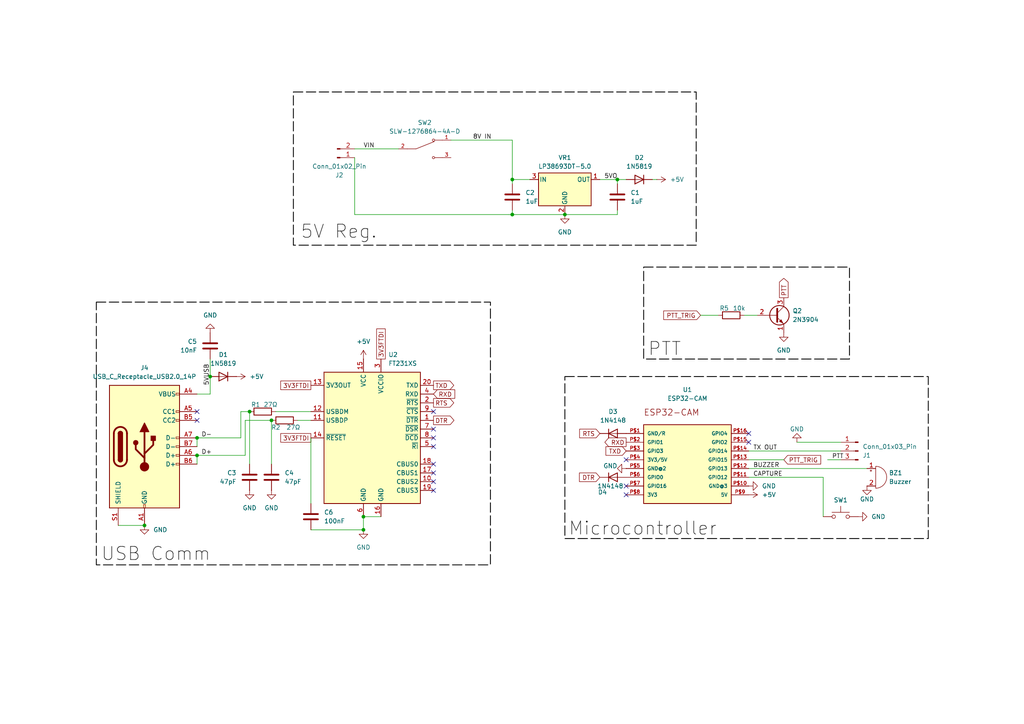
<source format=kicad_sch>
(kicad_sch (version 20250114) (generator "eeschema") (generator_version "9.0")
  (paper "A4")
  (title_block (title "SSTV Backpack") (date "2025-08-29") (rev "1.1"))
  (lib_symbols
    (symbol "Connector:Conn_01x02_Pin" (pin_names (offset 1.016) (hide yes))
      (property "Reference" "J" (at 0 2.54 0))
      (property "Value" "Conn_01x02_Pin" (at 0 -5.08 0))
      (symbol "Conn_01x02_Pin_1_1"
        (rectangle (start 0.8636 0.127) (end 0 -0.127) (stroke (width 0.1524)) (fill (type outline)))
        (rectangle (start 0.8636 -2.413) (end 0 -2.667) (stroke (width 0.1524)) (fill (type outline)))
        (polyline (pts (xy 1.27 0) (xy 0.8636 0)) (stroke (width 0.1524)))
        (polyline (pts (xy 1.27 -2.54) (xy 0.8636 -2.54)) (stroke (width 0.1524)))
        (pin passive line (at 5.08 0 180) (length 3.81) (name "Pin_1") (number "1"))
        (pin passive line (at 5.08 -2.54 180) (length 3.81) (name "Pin_2") (number "2"))
      )
    )
    (symbol "Connector:Conn_01x03_Pin" (pin_names (offset 1.016) (hide yes))
      (property "Reference" "J" (at 0 5.08 0))
      (property "Value" "Conn_01x03_Pin" (at 0 -5.08 0))
      (symbol "Conn_01x03_Pin_1_1"
        (rectangle (start 0.8636 2.667) (end 0 2.413) (stroke (width 0.1524)) (fill (type outline)))
        (rectangle (start 0.8636 0.127) (end 0 -0.127) (stroke (width 0.1524)) (fill (type outline)))
        (rectangle (start 0.8636 -2.413) (end 0 -2.667) (stroke (width 0.1524)) (fill (type outline)))
        (polyline (pts (xy 1.27 2.54) (xy 0.8636 2.54)) (stroke (width 0.1524)))
        (polyline (pts (xy 1.27 0) (xy 0.8636 0)) (stroke (width 0.1524)))
        (polyline (pts (xy 1.27 -2.54) (xy 0.8636 -2.54)) (stroke (width 0.1524)))
        (pin passive line (at 5.08 2.54 180) (length 3.81) (name "Pin_1") (number "1"))
        (pin passive line (at 5.08 0 180) (length 3.81) (name "Pin_2") (number "2"))
        (pin passive line (at 5.08 -2.54 180) (length 3.81) (name "Pin_3") (number "3"))
      )
    )
    (symbol "Connector:USB_C_Receptacle_USB2.0_14P" (pin_names (offset 1.016))
      (property "Reference" "J" (at 0 22.225 0))
      (property "Value" "USB_C_Receptacle_USB2.0_14P" (at 0 19.685 0))
      (symbol "USB_C_Receptacle_USB2.0_14P_0_0"
        (rectangle (start -0.254 -17.78) (end 0.254 -16.764))
        (rectangle (start 10.16 15.494) (end 9.144 14.986))
        (rectangle (start 10.16 10.414) (end 9.144 9.906))
        (rectangle (start 10.16 7.874) (end 9.144 7.366))
        (rectangle (start 10.16 2.794) (end 9.144 2.286))
        (rectangle (start 10.16 0.254) (end 9.144 -0.254))
        (rectangle (start 10.16 -2.286) (end 9.144 -2.794))
        (rectangle (start 10.16 -4.826) (end 9.144 -5.334))
      )
      (symbol "USB_C_Receptacle_USB2.0_14P_0_1"
        (rectangle (start -10.16 17.78) (end 10.16 -17.78) (stroke (width 0.254)) (fill (type background)))
        (polyline (pts (xy -8.89 -3.81) (xy -8.89 3.81)) (stroke (width 0.508)))
        (rectangle (start -7.62 -3.81) (end -6.35 3.81) (stroke (width 0.254)) (fill (type outline)))
        (arc (start -7.62 3.81) (mid -6.985 4.4423) (end -6.35 3.81) (stroke (width 0.254)))
        (arc (start -7.62 3.81) (mid -6.985 4.4423) (end -6.35 3.81) (stroke (width 0.254)) (fill (type outline)))
        (arc (start -8.89 3.81) (mid -6.985 5.7067) (end -5.08 3.81) (stroke (width 0.508)))
        (arc (start -5.08 -3.81) (mid -6.985 -5.7067) (end -8.89 -3.81) (stroke (width 0.508)))
        (arc (start -6.35 -3.81) (mid -6.985 -4.4423) (end -7.62 -3.81) (stroke (width 0.254)))
        (arc (start -6.35 -3.81) (mid -6.985 -4.4423) (end -7.62 -3.81) (stroke (width 0.254)) (fill (type outline)))
        (polyline (pts (xy -5.08 3.81) (xy -5.08 -3.81)) (stroke (width 0.508)))
        (circle (center -2.54 1.143) (radius 0.635) (stroke (width 0.254)) (fill (type outline)))
        (polyline (pts (xy -1.27 4.318) (xy 0 6.858) (xy 1.27 4.318) (xy -1.27 4.318)) (stroke (width 0.254)) (fill (type outline)))
        (polyline (pts (xy 0 -2.032) (xy 2.54 0.508) (xy 2.54 1.778)) (stroke (width 0.508)))
        (polyline (pts (xy 0 -3.302) (xy -2.54 -0.762) (xy -2.54 0.508)) (stroke (width 0.508)))
        (polyline (pts (xy 0 -5.842) (xy 0 4.318)) (stroke (width 0.508)))
        (circle (center 0 -5.842) (radius 1.27) (fill (type outline)))
        (rectangle (start 1.905 1.778) (end 3.175 3.048) (stroke (width 0.254)) (fill (type outline)))
      )
      (symbol "USB_C_Receptacle_USB2.0_14P_1_1"
        (pin passive line (at -7.62 -22.86 90) (length 5.08) (name "SHIELD") (number "S1"))
        (pin passive line (at 0 -22.86 90) (length 5.08) (name "GND") (number "A1"))
        (pin passive line (at 0 -22.86 90) (length 5.08) (hide yes) (name "GND") (number "A12"))
        (pin passive line (at 0 -22.86 90) (length 5.08) (hide yes) (name "GND") (number "B1"))
        (pin passive line (at 0 -22.86 90) (length 5.08) (hide yes) (name "GND") (number "B12"))
        (pin passive line (at 15.24 15.24 180) (length 5.08) (name "VBUS") (number "A4"))
        (pin passive line (at 15.24 15.24 180) (length 5.08) (hide yes) (name "VBUS") (number "A9"))
        (pin passive line (at 15.24 15.24 180) (length 5.08) (hide yes) (name "VBUS") (number "B4"))
        (pin passive line (at 15.24 15.24 180) (length 5.08) (hide yes) (name "VBUS") (number "B9"))
        (pin bidirectional line (at 15.24 10.16 180) (length 5.08) (name "CC1") (number "A5"))
        (pin bidirectional line (at 15.24 7.62 180) (length 5.08) (name "CC2") (number "B5"))
        (pin bidirectional line (at 15.24 2.54 180) (length 5.08) (name "D-") (number "A7"))
        (pin bidirectional line (at 15.24 0 180) (length 5.08) (name "D-") (number "B7"))
        (pin bidirectional line (at 15.24 -2.54 180) (length 5.08) (name "D+") (number "A6"))
        (pin bidirectional line (at 15.24 -5.08 180) (length 5.08) (name "D+") (number "B6"))
      )
    )
    (symbol "Device:Buzzer" (pin_names (offset 0.0254) (hide yes))
      (property "Reference" "BZ" (at 3.81 1.27 0))
      (property "Value" "Buzzer" (at 3.81 -1.27 0))
      (symbol "Buzzer_0_1"
        (polyline (pts (xy -1.651 1.905) (xy -1.143 1.905)))
        (polyline (pts (xy -1.397 2.159) (xy -1.397 1.651)))
        (arc (start 0 3.175) (mid 3.1612 0) (end 0 -3.175))
        (polyline (pts (xy 0 3.175) (xy 0 -3.175)))
      )
      (symbol "Buzzer_1_1"
        (pin passive line (at -2.54 2.54 0) (length 2.54) (name "+") (number "1"))
        (pin passive line (at -2.54 -2.54 0) (length 2.54) (name "-") (number "2"))
      )
    )
    (symbol "Device:C" (pin_numbers (hide yes)) (pin_names (offset 0.254))
      (property "Reference" "C" (at 0.635 2.54 0))
      (property "Value" "C" (at 0.635 -2.54 0))
      (symbol "C_0_1"
        (polyline (pts (xy -2.032 0.762) (xy 2.032 0.762)) (stroke (width 0.508)))
        (polyline (pts (xy -2.032 -0.762) (xy 2.032 -0.762)) (stroke (width 0.508)))
      )
      (symbol "C_1_1"
        (pin passive line (at 0 3.81 270) (length 2.794) (name "~") (number "1"))
        (pin passive line (at 0 -3.81 90) (length 2.794) (name "~") (number "2"))
      )
    )
    (symbol "Device:D" (pin_numbers (hide yes)) (pin_names (offset 1.016) (hide yes))
      (property "Reference" "D" (at 0 2.54 0))
      (property "Value" "D" (at 0 -2.54 0))
      (symbol "D_0_1"
        (polyline (pts (xy -1.27 1.27) (xy -1.27 -1.27)) (stroke (width 0.254)))
        (polyline (pts (xy 1.27 1.27) (xy 1.27 -1.27) (xy -1.27 0) (xy 1.27 1.27)) (stroke (width 0.254)))
        (polyline (pts (xy 1.27 0) (xy -1.27 0)))
      )
      (symbol "D_1_1"
        (pin passive line (at -3.81 0 0) (length 2.54) (name "K") (number "1"))
        (pin passive line (at 3.81 0 180) (length 2.54) (name "A") (number "2"))
      )
    )
    (symbol "Device:R" (pin_numbers (hide yes)) (pin_names (offset 0))
      (property "Reference" "R" (at 2.032 0 90))
      (property "Value" "R" (at 0 0 90))
      (symbol "R_0_1"
        (rectangle (start -1.016 -2.54) (end 1.016 2.54) (stroke (width 0.254)))
      )
      (symbol "R_1_1"
        (pin passive line (at 0 3.81 270) (length 1.27) (name "~") (number "1"))
        (pin passive line (at 0 -3.81 90) (length 1.27) (name "~") (number "2"))
      )
    )
    (symbol "ESP32-CAM:ESP32-CAM" (pin_names (offset 1.016))
      (property "Reference" "U1" (at 0 22.86 0))
      (property "Value" "ESP32-CAM" (at 0 20.32 0))
      (symbol "ESP32-CAM_0_0"
        (rectangle (start -12.7 -10.16) (end 12.7 12.7) (stroke (width 0.254)) (fill (type background)))
        (text "ESP32-CAM" (at -12.7 15.24 0) (effects (font (size 1.778 1.778)) (justify left bottom)))
        (pin bidirectional line (at -17.78 7.62 0) (length 5.08) (name "GPIO1") (number "P$2"))
        (pin bidirectional line (at -17.78 5.08 0) (length 5.08) (name "GPIO3") (number "P$3"))
        (pin bidirectional line (at -17.78 2.54 0) (length 5.08) (name "3V3/5V") (number "P$4"))
        (pin bidirectional line (at -17.78 0 0) (length 5.08) (name "GND@2") (number "P$5"))
        (pin bidirectional line (at -17.78 -2.54 0) (length 5.08) (name "GPIO0") (number "P$6"))
        (pin bidirectional line (at -17.78 -5.08 0) (length 5.08) (name "GPIO16") (number "P$7"))
        (pin bidirectional line (at -17.78 -7.62 0) (length 5.08) (name "3V3") (number "P$8"))
        (pin bidirectional line (at 17.78 10.16 180) (length 5.08) (name "GPIO4") (number "P$16"))
        (pin bidirectional line (at 17.78 7.62 180) (length 5.08) (name "GPIO2") (number "P$15"))
        (pin bidirectional line (at 17.78 5.08 180) (length 5.08) (name "GPIO14") (number "P$14"))
        (pin bidirectional line (at 17.78 2.54 180) (length 5.08) (name "GPIO15") (number "P$13"))
        (pin bidirectional line (at 17.78 0 180) (length 5.08) (name "GPIO13") (number "P$12"))
        (pin bidirectional line (at 17.78 -2.54 180) (length 5.08) (name "GPIO12") (number "P$11"))
        (pin bidirectional line (at 17.78 -5.08 180) (length 5.08) (name "GND@3") (number "P$10"))
        (pin bidirectional line (at 17.78 -7.62 180) (length 5.08) (name "5V") (number "P$9"))
      )
      (symbol "ESP32-CAM_1_0"
        (pin bidirectional line (at -17.78 10.16 0) (length 5.08) (name "GND/R") (number "P$1"))
      )
    )
    (symbol "Interface_USB:FT231XS"
      (property "Reference" "U" (at -13.97 20.32 0))
      (property "Value" "FT231XS" (at 7.62 20.32 0))
      (symbol "FT231XS_0_1"
        (rectangle (start -13.97 19.05) (end 13.97 -19.05) (stroke (width 0.254)) (fill (type background)))
      )
      (symbol "FT231XS_1_1"
        (pin power_out line (at -17.78 15.24 0) (length 3.81) (name "3V3OUT") (number "13"))
        (pin bidirectional line (at -17.78 7.62 0) (length 3.81) (name "USBDM") (number "12"))
        (pin bidirectional line (at -17.78 5.08 0) (length 3.81) (name "USBDP") (number "11"))
        (pin input line (at -17.78 0 0) (length 3.81) (name "~{RESET}") (number "14"))
        (pin power_in line (at -2.54 22.86 270) (length 3.81) (name "VCC") (number "15"))
        (pin power_in line (at -2.54 -22.86 90) (length 3.81) (name "GND") (number "6"))
        (pin power_in line (at 2.54 22.86 270) (length 3.81) (name "VCCIO") (number "3"))
        (pin power_in line (at 2.54 -22.86 90) (length 3.81) (name "GND") (number "16"))
        (pin output line (at 17.78 15.24 180) (length 3.81) (name "TXD") (number "20"))
        (pin input line (at 17.78 12.7 180) (length 3.81) (name "RXD") (number "4"))
        (pin output line (at 17.78 10.16 180) (length 3.81) (name "~{RTS}") (number "2"))
        (pin input line (at 17.78 7.62 180) (length 3.81) (name "~{CTS}") (number "9"))
        (pin output line (at 17.78 5.08 180) (length 3.81) (name "~{DTR}") (number "1"))
        (pin input line (at 17.78 2.54 180) (length 3.81) (name "~{DSR}") (number "7"))
        (pin input line (at 17.78 0 180) (length 3.81) (name "~{DCD}") (number "8"))
        (pin input line (at 17.78 -2.54 180) (length 3.81) (name "~{RI}") (number "5"))
        (pin bidirectional line (at 17.78 -7.62 180) (length 3.81) (name "CBUS0") (number "18"))
        (pin bidirectional line (at 17.78 -10.16 180) (length 3.81) (name "CBUS1") (number "17"))
        (pin bidirectional line (at 17.78 -12.7 180) (length 3.81) (name "CBUS2") (number "10"))
        (pin bidirectional line (at 17.78 -15.24 180) (length 3.81) (name "CBUS3") (number "19"))
      )
    )
    (symbol "Regulator_Linear:LP38693DT-5.0" (pin_names (offset 0.254))
      (property "Reference" "U" (at -6.35 5.715 0))
      (property "Value" "LP38693DT-5.0" (at 0 5.715 0))
      (symbol "LP38693DT-5.0_0_1"
        (rectangle (start -7.62 -5.08) (end 7.62 4.445) (stroke (width 0.254)) (fill (type background)))
      )
      (symbol "LP38693DT-5.0_1_1"
        (pin power_in line (at -10.16 2.54 0) (length 2.54) (name "IN") (number "3"))
        (pin power_in line (at 0 -7.62 90) (length 2.54) (name "GND") (number "2"))
        (pin power_out line (at 10.16 2.54 180) (length 2.54) (name "OUT") (number "1"))
      )
    )
    (symbol "Switch:SW_Push" (pin_numbers (hide yes)) (pin_names (offset 1.016) (hide yes))
      (property "Reference" "SW" (at 1.27 2.54 0))
      (property "Value" "SW_Push" (at 0 -1.524 0))
      (symbol "SW_Push_0_1"
        (circle (center -2.032 0) (radius 0.508))
        (polyline (pts (xy 0 1.27) (xy 0 3.048)))
        (circle (center 2.032 0) (radius 0.508))
        (polyline (pts (xy 2.54 1.27) (xy -2.54 1.27)))
        (pin passive line (at -5.08 0 0) (length 2.54) (name "1") (number "1"))
        (pin passive line (at 5.08 0 180) (length 2.54) (name "2") (number "2"))
      )
    )
    (symbol "SwitchSPDT:SLW-1276864-4A-D" (pin_names (offset 1.016))
      (property "Reference" "S" (at -2.54 5.08 0))
      (property "Value" "SLW-1276864-4A-D" (at -2.54 -5.08 0))
      (symbol "SLW-1276864-4A-D_0_0"
        (polyline (pts (xy -2.54 0) (xy -5.08 0)) (stroke (width 0.1524)))
        (polyline (pts (xy -2.54 0) (xy 2.794 2.1336)) (stroke (width 0.1524)))
        (circle (center 2.54 2.54) (radius 0.3302) (stroke (width 0.1524)))
        (circle (center 2.54 -2.54) (radius 0.3302) (stroke (width 0.1524)))
        (polyline (pts (xy 5.08 2.54) (xy 2.921 2.54)) (stroke (width 0.1524)))
        (polyline (pts (xy 5.08 -2.54) (xy 2.921 -2.54)) (stroke (width 0.1524)))
        (pin passive line (at -7.62 0 0) (length 2.54) (name "~") (number "2"))
        (pin passive line (at 7.62 2.54 180) (length 2.54) (name "~") (number "1"))
        (pin passive line (at 7.62 -2.54 180) (length 2.54) (name "~") (number "3"))
      )
    )
    (symbol "Transistor_BJT:2N3904" (pin_names (offset 0) (hide yes))
      (property "Reference" "Q" (at 5.08 1.905 0))
      (property "Value" "2N3904" (at 5.08 0 0))
      (symbol "2N3904_0_1"
        (polyline (pts (xy -2.54 0) (xy 0.635 0)))
        (polyline (pts (xy 0.635 1.905) (xy 0.635 -1.905)) (stroke (width 0.508)))
        (circle (center 1.27 0) (radius 2.8194) (stroke (width 0.254)))
      )
      (symbol "2N3904_1_1"
        (polyline (pts (xy 0.635 0.635) (xy 2.54 2.54)))
        (polyline (pts (xy 0.635 -0.635) (xy 2.54 -2.54)))
        (polyline (pts (xy 1.27 -1.778) (xy 1.778 -1.27) (xy 2.286 -2.286) (xy 1.27 -1.778)) (fill (type outline)))
        (pin input line (at -5.08 0 0) (length 2.54) (name "B") (number "2"))
        (pin passive line (at 2.54 5.08 270) (length 2.54) (name "C") (number "3"))
        (pin passive line (at 2.54 -5.08 90) (length 2.54) (name "E") (number "1"))
      )
    )
    (symbol "power:+5V" (power) (pin_numbers (hide yes)) (pin_names (offset 0) (hide yes))
      (property "Value" "+5V" (at 0 3.556 0))
      (symbol "+5V_0_1"
        (polyline (pts (xy -0.762 1.27) (xy 0 2.54)))
        (polyline (pts (xy 0 2.54) (xy 0.762 1.27)))
        (polyline (pts (xy 0 0) (xy 0 2.54)))
      )
      (symbol "+5V_1_1"
        (pin power_in line (at 0 0 90) (length 0) (name "~") (number "1"))
      )
    )
    (symbol "power:GND" (power) (pin_numbers (hide yes)) (pin_names (offset 0) (hide yes))
      (property "Value" "GND" (at 0 -3.81 0))
      (symbol "GND_0_1"
        (polyline (pts (xy 0 0) (xy 0 -1.27) (xy 1.27 -1.27) (xy 0 -2.54) (xy -1.27 -1.27) (xy 0 -1.27)))
      )
      (symbol "GND_1_1"
        (pin power_in line (at 0 0 270) (length 0) (name "~") (number "1"))
      )
    )
  )
  (rectangle (start 163.83 109.22) (end 269.24 156.21) (stroke (width 0.25) (type dash) (color 0 0 0 1)))
  (rectangle (start 85.09 26.67) (end 201.93 71.12) (stroke (width 0.25) (type dash) (color 0 0 0 1)))
  (rectangle (start 27.94 87.63) (end 142.24 163.83) (stroke (width 0.25) (type dash) (color 0 0 0 1)))
  (rectangle (start 186.69 77.47) (end 246.38 104.14) (stroke (width 0.25) (type dash) (color 0 0 0 1)))
  (text "5V Reg." (at 98.298 67.31 0) (effects (font (size 3.81 3.81))))
  (text "Microcontroller" (at 186.436 153.416 0) (effects (font (size 3.81 3.81))))
  (text "USB Comm" (at 45.212 160.782 0) (effects (font (size 3.81 3.81))))
  (text "PTT" (at 192.786 101.346 0) (effects (font (size 3.81 3.81))))
  (junction (at 163.83 62.23))
  (junction (at 148.59 62.23))
  (junction (at 78.74 121.92))
  (junction (at 72.39 119.38))
  (junction (at 60.96 109.22))
  (junction (at 179.07 52.07))
  (junction (at 148.59 52.07))
  (junction (at 57.15 132.08))
  (junction (at 105.41 149.86))
  (junction (at 41.91 152.4))
  (junction (at 105.41 153.67))
  (junction (at 57.15 127))
  (no_connect (at 181.61 140.97))
  (no_connect (at 181.61 133.35))
  (no_connect (at 57.15 119.38))
  (no_connect (at 125.73 134.62))
  (no_connect (at 217.17 128.27))
  (no_connect (at 125.73 127))
  (no_connect (at 125.73 119.38))
  (no_connect (at 181.61 143.51))
  (no_connect (at 125.73 124.46))
  (no_connect (at 57.15 121.92))
  (no_connect (at 217.17 125.73))
  (no_connect (at 125.73 129.54))
  (no_connect (at 125.73 142.24))
  (no_connect (at 125.73 137.16))
  (no_connect (at 125.73 139.7))
  (wire (pts (xy 69.85 119.38) (xy 72.39 119.38)))
  (wire (pts (xy 57.15 127) (xy 69.85 127)))
  (wire (pts (xy 179.07 60.96) (xy 179.07 62.23)))
  (wire (pts (xy 102.87 45.72) (xy 102.87 62.23)))
  (wire (pts (xy 60.96 104.14) (xy 60.96 109.22)))
  (wire (pts (xy 203.2 91.44) (xy 208.28 91.44)))
  (wire (pts (xy 148.59 60.96) (xy 148.59 62.23)))
  (wire (pts (xy 148.59 53.34) (xy 148.59 52.07)))
  (wire (pts (xy 71.12 132.08) (xy 71.12 121.92)))
  (wire (pts (xy 240.03 133.35) (xy 243.84 133.35)))
  (wire (pts (xy 102.87 43.18) (xy 115.57 43.18)))
  (wire (pts (xy 86.36 121.92) (xy 90.17 121.92)))
  (wire (pts (xy 163.83 62.23) (xy 179.07 62.23)))
  (wire (pts (xy 179.07 52.07) (xy 179.07 53.34)))
  (wire (pts (xy 69.85 119.38) (xy 69.85 127)))
  (wire (pts (xy 34.29 152.4) (xy 41.91 152.4)))
  (wire (pts (xy 238.76 138.43) (xy 238.76 149.86)))
  (wire (pts (xy 90.17 146.05) (xy 90.17 127)))
  (wire (pts (xy 148.59 62.23) (xy 163.83 62.23)))
  (wire (pts (xy 57.15 127) (xy 57.15 129.54)))
  (wire (pts (xy 130.81 40.64) (xy 148.59 40.64)))
  (wire (pts (xy 105.41 149.86) (xy 110.49 149.86)))
  (wire (pts (xy 60.96 109.22) (xy 60.96 114.3)))
  (wire (pts (xy 102.87 62.23) (xy 148.59 62.23)))
  (wire (pts (xy 78.74 121.92) (xy 78.74 134.62)))
  (wire (pts (xy 72.39 119.38) (xy 72.39 134.62)))
  (wire (pts (xy 90.17 153.67) (xy 105.41 153.67)))
  (wire (pts (xy 181.61 52.07) (xy 179.07 52.07)))
  (wire (pts (xy 243.84 128.27) (xy 231.14 128.27)))
  (wire (pts (xy 105.41 153.67) (xy 105.41 149.86)))
  (wire (pts (xy 215.9 91.44) (xy 219.71 91.44)))
  (wire (pts (xy 217.17 133.35) (xy 227.33 133.35)))
  (wire (pts (xy 217.17 138.43) (xy 238.76 138.43)))
  (wire (pts (xy 57.15 132.08) (xy 71.12 132.08)))
  (wire (pts (xy 80.01 119.38) (xy 90.17 119.38)))
  (wire (pts (xy 57.15 114.3) (xy 60.96 114.3)))
  (wire (pts (xy 217.17 130.81) (xy 243.84 130.81)))
  (wire (pts (xy 217.17 135.89) (xy 251.46 135.89)))
  (wire (pts (xy 173.99 52.07) (xy 179.07 52.07)))
  (wire (pts (xy 190.5 52.07) (xy 189.23 52.07)))
  (wire (pts (xy 148.59 52.07) (xy 153.67 52.07)))
  (wire (pts (xy 57.15 132.08) (xy 57.15 134.62)))
  (wire (pts (xy 148.59 40.64) (xy 148.59 52.07)))
  (wire (pts (xy 71.12 121.92) (xy 78.74 121.92)))
  (label "VIN" (at 105.41 43.18 0))
  (label "BUZZER" (at 218.44 135.89 0))
  (label "CAPTURE" (at 218.44 138.43 0))
  (label "5VO" (at 175.26 52.07 0))
  (label "PTT" (at 241.3 133.35 0))
  (label "8V IN" (at 137.16 40.64 0))
  (label "D-" (at 58.42 127 0))
  (label "5VUSB" (at 60.96 111.76 90))
  (label "TX OUT" (at 218.44 130.81 0))
  (label "D+" (at 58.42 132.08 0))
  (global_label "TXD" (shape input) (at 181.61 130.81 180) (property "Intersheetrefs" "${INTERSHEET_REFS}" (effects (hide yes))))
  (global_label "RXD" (shape output) (at 181.61 128.27 180) (property "Intersheetrefs" "${INTERSHEET_REFS}" (effects (hide yes))))
  (global_label "RXD" (shape input) (at 125.73 114.3 0) (property "Intersheetrefs" "${INTERSHEET_REFS}" (effects (hide yes))))
  (global_label "3V3FTDI" (shape passive) (at 110.49 104.14 90) (property "Intersheetrefs" "${INTERSHEET_REFS}" (effects (hide yes))))
  (global_label "RTS" (shape input) (at 173.99 125.73 180) (property "Intersheetrefs" "${INTERSHEET_REFS}" (effects (hide yes))))
  (global_label "DTR" (shape output) (at 125.73 121.92 0) (property "Intersheetrefs" "${INTERSHEET_REFS}" (effects (hide yes))))
  (global_label "PTT_TRIG" (shape input) (at 203.2 91.44 180) (property "Intersheetrefs" "${INTERSHEET_REFS}" (effects (hide yes))))
  (global_label "3V3FTDI" (shape passive) (at 90.17 111.76 180) (property "Intersheetrefs" "${INTERSHEET_REFS}" (effects (hide yes))))
  (global_label "TXD" (shape output) (at 125.73 111.76 0) (property "Intersheetrefs" "${INTERSHEET_REFS}" (effects (hide yes))))
  (global_label "RTS" (shape output) (at 125.73 116.84 0) (property "Intersheetrefs" "${INTERSHEET_REFS}" (effects (hide yes))))
  (global_label "DTR" (shape input) (at 173.99 138.43 180) (property "Intersheetrefs" "${INTERSHEET_REFS}" (effects (hide yes))))
  (global_label "PTT" (shape output) (at 227.33 86.36 90) (property "Intersheetrefs" "${INTERSHEET_REFS}" (effects (hide yes))))
  (global_label "PTT_TRIG" (shape input) (at 227.33 133.35 0) (property "Intersheetrefs" "${INTERSHEET_REFS}" (effects (hide yes))))
  (global_label "3V3FTDI" (shape passive) (at 90.17 127 180) (property "Intersheetrefs" "${INTERSHEET_REFS}" (effects (hide yes))))
  (symbol (lib_id "power:GND") (at 227.33 96.52 0) (unit 1)
    (property "Reference" "#PWR07" (effects (hide yes)))
    (property "Value" "GND" (at 227.33 101.6 0))
    (property "Description" "Power symbol creates a global label with name \"GND\" , ground" (effects (hide yes)))
  )
  (symbol (lib_id "Device:C") (at 90.17 149.86 0) (unit 1)
    (property "Reference" "C6" (at 93.98 148.5899 0) (effects (justify left)))
    (property "Value" "100nF" (at 93.98 151.1299 0) (effects (justify left)))
    (property "Footprint" "Capacitor_THT:C_Disc_D4.7mm_W2.5mm_P5.00mm" (effects (hide yes)))
    (property "Description" "Unpolarized capacitor" (effects (hide yes)))
  )
  (symbol (lib_id "Device:C") (at 78.74 138.43 0) (unit 1)
    (property "Reference" "C4" (at 82.55 137.1599 0) (effects (justify left)))
    (property "Value" "47pF" (at 82.55 139.6999 0) (effects (justify left)))
    (property "Footprint" "Capacitor_THT:C_Disc_D4.7mm_W2.5mm_P5.00mm" (effects (hide yes)))
    (property "Description" "Unpolarized capacitor" (effects (hide yes)))
  )
  (symbol (lib_id "power:+5V") (at 217.17 143.51 270) (unit 1)
    (property "Reference" "#PWR03" (effects (hide yes)))
    (property "Value" "+5V" (at 220.98 143.5099 90) (effects (justify left)))
    (property "Description" "Power symbol creates a global label with name \"+5V\"" (effects (hide yes)))
  )
  (symbol (lib_id "SwitchSPDT:SLW-1276864-4A-D") (at 123.19 43.18 0) (unit 1)
    (property "Reference" "SW2" (at 123.19 35.56 0))
    (property "Value" "SLW-1276864-4A-D" (at 123.19 38.1 0))
    (property "Footprint" "SwitchSPDT:SW_SLW-1276864-4A-D" (effects (hide yes)))
    (property "PARTREV" "1.01" (effects (hide yes)))
    (property "STANDARD" "Manufacturer Recommendations" (effects (hide yes)))
    (property "MAXIMUM_PACKAGE_HEIGHT" "10.6mm" (effects (hide yes)))
    (property "MANUFACTURER" "Same Sky" (effects (hide yes)))
  )
  (symbol (lib_id "Regulator_Linear:LP38693DT-5.0") (at 163.83 54.61 0) (unit 1)
    (property "Reference" "VR1" (at 163.83 45.72 0))
    (property "Value" "LP38693DT-5.0" (at 163.83 48.26 0))
    (property "Footprint" "Package_TO_SOT_SMD:TO-252-2" (effects (hide yes)))
    (property "Datasheet" "https://www.ti.com/lit/ds/symlink/lp38693.pdf" (effects (hide yes)))
    (property "Description" "500-mA Low-Dropout CMOS Linear Regulators Stable With Ceramic Output Capacitors, 5.0V output voltage, TO-252" (effects (hide yes)))
  )
  (symbol (lib_id "Device:R") (at 82.55 121.92 90) (unit 1)
    (property "Reference" "R2" (at 80.01 123.952 90))
    (property "Value" "27Ω" (at 85.09 123.952 90))
    (property "Footprint" "Resistor_THT:R_Axial_DIN0207_L6.3mm_D2.5mm_P7.62mm_Horizontal" (effects (hide yes)))
    (property "Description" "Resistor" (effects (hide yes)))
  )
  (symbol (lib_id "power:GND") (at 72.39 142.24 0) (unit 1)
    (property "Reference" "#PWR017" (effects (hide yes)))
    (property "Value" "GND" (at 72.39 147.32 0))
    (property "Description" "Power symbol creates a global label with name \"GND\" , ground" (effects (hide yes)))
  )
  (symbol (lib_id "Device:C") (at 72.39 138.43 0) (mirror y) (unit 1)
    (property "Reference" "C3" (at 68.58 137.1599 0) (effects (justify left)))
    (property "Value" "47pF" (at 68.58 139.6999 0) (effects (justify left)))
    (property "Footprint" "Capacitor_THT:C_Disc_D4.7mm_W2.5mm_P5.00mm" (effects (hide yes)))
    (property "Description" "Unpolarized capacitor" (effects (hide yes)))
  )
  (symbol (lib_id "Interface_USB:FT231XS") (at 107.95 127 0) (unit 1)
    (property "Reference" "U2" (at 112.6333 102.87 0) (effects (justify left)))
    (property "Value" "FT231XS" (at 112.6333 105.41 0) (effects (justify left)))
    (property "Footprint" "Package_SO:SSOP-20_3.9x8.7mm_P0.635mm" (effects (hide yes)))
    (property "Datasheet" "https://www.ftdichip.com/Support/Documents/DataSheets/ICs/DS_FT231X.pdf" (effects (hide yes)))
    (property "Description" "Full Speed USB to Full Handshake UART, SSOP-20" (effects (hide yes)))
  )
  (symbol (lib_id "Connector:Conn_01x02_Pin") (at 97.79 45.72 0) (mirror x) (unit 1)
    (property "Reference" "J2" (at 98.425 50.8 0))
    (property "Value" "Conn_01x02_Pin" (at 98.425 48.26 0))
    (property "Footprint" "Connector_PinHeader_2.54mm:PinHeader_1x02_P2.54mm_Vertical" (effects (hide yes)))
    (property "Description" "Generic connector, single row, 01x02, script generated" (effects (hide yes)))
  )
  (symbol (lib_id "power:GND") (at 60.96 96.52 180) (unit 1)
    (property "Reference" "#PWR019" (effects (hide yes)))
    (property "Value" "GND" (at 60.96 91.44 0))
    (property "Description" "Power symbol creates a global label with name \"GND\" , ground" (effects (hide yes)))
  )
  (symbol (lib_id "ESP32-CAM:ESP32-CAM") (at 199.39 135.89 0) (unit 1)
    (property "Reference" "U1" (at 199.39 113.03 0))
    (property "Value" "ESP32-CAM" (at 199.39 115.57 0))
    (property "Footprint" "ESP32-CAM:ESP32-CAM" (effects (hide yes)))
    (property "MF" "AI-Thinker" (effects (hide yes)))
    (property "Description_1" "ESP32 ESP32 Transceiver; 802.11 a/b/g/n (Wi-Fi, WiFi, WLAN), Bluetooth® Smart 4.x Low Energy (BLE) Evaluation Board" (effects (hide yes)))
    (property "Package" "None" (effects (hide yes)))
    (property "Price" "None" (effects (hide yes)))
    (property "SnapEDA_Link" "https://www.snapeda.com/parts/ESP32-CAM/AI-Thinker/view-part/?ref=snap" (effects (hide yes)))
    (property "MP" "ESP32-CAM" (effects (hide yes)))
    (property "Availability" "Not in stock" (effects (hide yes)))
    (property "Check_prices" "https://www.snapeda.com/parts/ESP32-CAM/AI-Thinker/view-part/?ref=eda" (effects (hide yes)))
  )
  (symbol (lib_id "Device:D") (at 185.42 52.07 180) (unit 1)
    (property "Reference" "D2" (at 185.42 45.72 0))
    (property "Value" "1N5819" (at 185.42 48.26 0))
    (property "Footprint" "Diode_THT:D_DO-41_SOD81_P7.62mm_Horizontal" (effects (hide yes)))
    (property "Description" "Diode" (effects (hide yes)))
    (property "Sim.Device" "D" (effects (hide yes)))
    (property "Sim.Pins" "1=K 2=A" (effects (hide yes)))
  )
  (symbol (lib_id "Device:R") (at 212.09 91.44 90) (unit 1)
    (property "Reference" "R5" (at 210.058 89.408 90))
    (property "Value" "10k" (at 214.376 89.408 90))
    (property "Footprint" "Resistor_THT:R_Axial_DIN0207_L6.3mm_D2.5mm_P7.62mm_Horizontal" (effects (hide yes)))
    (property "Description" "Resistor" (effects (hide yes)))
  )
  (symbol (lib_id "power:GND") (at 181.61 135.89 270) (unit 1)
    (property "Reference" "#PWR06" (effects (hide yes)))
    (property "Value" "GND" (at 179.07 135.128 90) (effects (justify right)))
    (property "Description" "Power symbol creates a global label with name \"GND\" , ground" (effects (hide yes)))
  )
  (symbol (lib_id "power:GND") (at 163.83 62.23 0) (unit 1)
    (property "Reference" "#PWR01" (effects (hide yes)))
    (property "Value" "GND" (at 163.83 67.31 0))
    (property "Description" "Power symbol creates a global label with name \"GND\" , ground" (effects (hide yes)))
  )
  (symbol (lib_id "power:GND") (at 78.74 142.24 0) (unit 1)
    (property "Reference" "#PWR018" (effects (hide yes)))
    (property "Value" "GND" (at 78.74 147.32 0))
    (property "Description" "Power symbol creates a global label with name \"GND\" , ground" (effects (hide yes)))
  )
  (symbol (lib_id "Device:C") (at 60.96 100.33 0) (mirror y) (unit 1)
    (property "Reference" "C5" (at 57.15 99.0599 0) (effects (justify left)))
    (property "Value" "10nF" (at 57.15 101.5999 0) (effects (justify left)))
    (property "Footprint" "Capacitor_THT:C_Disc_D4.7mm_W2.5mm_P5.00mm" (effects (hide yes)))
    (property "Description" "Unpolarized capacitor" (effects (hide yes)))
  )
  (symbol (lib_id "power:GND") (at 217.17 140.97 90) (unit 1)
    (property "Reference" "#PWR05" (effects (hide yes)))
    (property "Value" "GND" (at 220.98 140.9699 90) (effects (justify right)))
    (property "Description" "Power symbol creates a global label with name \"GND\" , ground" (effects (hide yes)))
  )
  (symbol (lib_id "Connector:USB_C_Receptacle_USB2.0_14P") (at 41.91 129.54 0) (unit 1)
    (property "Reference" "J4" (at 41.91 106.68 0))
    (property "Value" "USB_C_Receptacle_USB2.0_14P" (at 41.91 109.22 0))
    (property "Footprint" "Connector_USB:USB_C_Receptacle_GCT_USB4085" (effects (hide yes)))
    (property "Datasheet" "https://www.usb.org/sites/default/files/documents/usb_type-c.zip" (effects (hide yes)))
    (property "Description" "USB 2.0-only 14P Type-C Receptacle connector" (effects (hide yes)))
  )
  (symbol (lib_id "Device:D") (at 64.77 109.22 180) (unit 1)
    (property "Reference" "D1" (at 64.77 102.87 0))
    (property "Value" "1N5819" (at 64.77 105.41 0))
    (property "Footprint" "Diode_THT:D_DO-41_SOD81_P7.62mm_Horizontal" (effects (hide yes)))
    (property "Description" "Diode" (effects (hide yes)))
    (property "Sim.Device" "D" (effects (hide yes)))
    (property "Sim.Pins" "1=K 2=A" (effects (hide yes)))
  )
  (symbol (lib_id "power:GND") (at 251.46 140.97 0) (unit 1)
    (property "Reference" "#PWR010" (effects (hide yes)))
    (property "Value" "GND" (at 251.46 144.78 0))
    (property "Description" "Power symbol creates a global label with name \"GND\" , ground" (effects (hide yes)))
  )
  (symbol (lib_id "power:+5V") (at 105.41 104.14 0) (unit 1)
    (property "Reference" "#PWR014" (effects (hide yes)))
    (property "Value" "+5V" (at 105.41 99.06 0))
    (property "Description" "Power symbol creates a global label with name \"+5V\"" (effects (hide yes)))
  )
  (symbol (lib_id "Device:R") (at 76.2 119.38 90) (unit 1)
    (property "Reference" "R1" (at 74.168 117.348 90))
    (property "Value" "27Ω" (at 78.486 117.348 90))
    (property "Footprint" "Resistor_THT:R_Axial_DIN0207_L6.3mm_D2.5mm_P7.62mm_Horizontal" (effects (hide yes)))
    (property "Description" "Resistor" (effects (hide yes)))
  )
  (symbol (lib_id "Device:Buzzer") (at 254 138.43 0) (unit 1)
    (property "Reference" "BZ1" (at 257.81 137.1599 0) (effects (justify left)))
    (property "Value" "Buzzer" (at 257.81 139.6999 0) (effects (justify left)))
    (property "Footprint" "Buzzer_Beeper:Buzzer_TDK_PS1240P02BT_D12.2mm_H6.5mm" (effects (hide yes)))
    (property "Description" "Buzzer, polarized" (effects (hide yes)))
  )
  (symbol (lib_id "power:+5V") (at 68.58 109.22 270) (unit 1)
    (property "Reference" "#PWR015" (effects (hide yes)))
    (property "Value" "+5V" (at 72.39 109.2199 90) (effects (justify left)))
    (property "Description" "Power symbol creates a global label with name \"+5V\"" (effects (hide yes)))
  )
  (symbol (lib_id "power:+5V") (at 190.5 52.07 270) (unit 1)
    (property "Reference" "#PWR02" (effects (hide yes)))
    (property "Value" "+5V" (at 194.31 52.0699 90) (effects (justify left)))
    (property "Description" "Power symbol creates a global label with name \"+5V\"" (effects (hide yes)))
  )
  (symbol (lib_id "Connector:Conn_01x03_Pin") (at 248.92 130.81 0) (mirror y) (unit 1)
    (property "Reference" "J1" (at 250.19 132.0801 0) (effects (justify right)))
    (property "Value" "Conn_01x03_Pin" (at 250.19 129.5401 0) (effects (justify right)))
    (property "Footprint" "Connector_PinHeader_2.54mm:PinHeader_1x03_P2.54mm_Vertical" (effects (hide yes)))
    (property "Description" "Generic connector, single row, 01x03, script generated" (effects (hide yes)))
  )
  (symbol (lib_id "power:GND") (at 248.92 149.86 90) (unit 1)
    (property "Reference" "#PWR04" (effects (hide yes)))
    (property "Value" "GND" (at 252.73 149.8599 90) (effects (justify right)))
    (property "Description" "Power symbol creates a global label with name \"GND\" , ground" (effects (hide yes)))
  )
  (symbol (lib_id "Device:D") (at 177.8 125.73 0) (unit 1)
    (property "Reference" "D3" (at 177.8 119.38 0))
    (property "Value" "1N4148" (at 177.8 121.92 0))
    (property "Footprint" "Diode_THT:D_DO-41_SOD81_P7.62mm_Horizontal" (effects (hide yes)))
    (property "Description" "Diode" (effects (hide yes)))
    (property "Sim.Device" "D" (effects (hide yes)))
    (property "Sim.Pins" "1=K 2=A" (effects (hide yes)))
  )
  (symbol (lib_id "power:GND") (at 41.91 152.4 0) (unit 1)
    (property "Reference" "#PWR016" (effects (hide yes)))
    (property "Value" "GND" (at 44.45 153.6699 0) (effects (justify left)))
    (property "Description" "Power symbol creates a global label with name \"GND\" , ground" (effects (hide yes)))
  )
  (symbol (lib_id "Device:C") (at 179.07 57.15 0) (unit 1)
    (property "Reference" "C1" (at 182.88 55.8799 0) (effects (justify left)))
    (property "Value" "1uF" (at 182.88 58.4199 0) (effects (justify left)))
    (property "Footprint" "Capacitor_THT:C_Disc_D3.4mm_W2.1mm_P2.50mm" (effects (hide yes)))
    (property "Description" "Unpolarized capacitor" (effects (hide yes)))
  )
  (symbol (lib_id "Device:C") (at 148.59 57.15 0) (unit 1)
    (property "Reference" "C2" (at 152.4 55.8799 0) (effects (justify left)))
    (property "Value" "1uF" (at 152.4 58.4199 0) (effects (justify left)))
    (property "Footprint" "Capacitor_THT:C_Disc_D3.4mm_W2.1mm_P2.50mm" (effects (hide yes)))
    (property "Description" "Unpolarized capacitor" (effects (hide yes)))
  )
  (symbol (lib_id "Switch:SW_Push") (at 243.84 149.86 0) (unit 1)
    (property "Reference" "SW1" (at 243.84 145.034 0))
    (property "Value" "SW_Push" (effects (hide yes)))
    (property "Description" "Push button switch, generic, two pins" (effects (hide yes)))
  )
  (symbol (lib_id "Transistor_BJT:2N3904") (at 224.79 91.44 0) (unit 1)
    (property "Reference" "Q2" (at 229.87 90.1699 0) (effects (justify left)))
    (property "Value" "2N3904" (at 229.87 92.7099 0) (effects (justify left)))
    (property "Footprint" "Package_TO_SOT_THT:TO-92_Inline" (effects (hide yes)))
    (property "Datasheet" "https://www.onsemi.com/pub/Collateral/2N3903-D.PDF" (effects (hide yes)))
    (property "Description" "0.2A Ic, 40V Vce, Small Signal NPN Transistor, TO-92" (effects (hide yes)))
  )
  (symbol (lib_id "power:GND") (at 105.41 153.67 0) (unit 1)
    (property "Reference" "#PWR013" (effects (hide yes)))
    (property "Value" "GND" (at 105.41 158.75 0))
    (property "Description" "Power symbol creates a global label with name \"GND\" , ground" (effects (hide yes)))
  )
  (symbol (lib_id "Device:D") (at 177.8 138.43 0) (mirror x) (unit 1)
    (property "Reference" "D4" (at 174.752 142.748 0))
    (property "Value" "1N4148" (at 177.038 140.97 0))
    (property "Footprint" "Diode_THT:D_DO-41_SOD81_P7.62mm_Horizontal" (effects (hide yes)))
    (property "Description" "Diode" (effects (hide yes)))
    (property "Sim.Device" "D" (effects (hide yes)))
    (property "Sim.Pins" "1=K 2=A" (effects (hide yes)))
  )
  (symbol (lib_id "power:GND") (at 231.14 128.27 180) (unit 1)
    (property "Reference" "#PWR09" (effects (hide yes)))
    (property "Value" "GND" (at 231.14 124.46 0))
    (property "Description" "Power symbol creates a global label with name \"GND\" , ground" (effects (hide yes)))
  )
)
</source>
